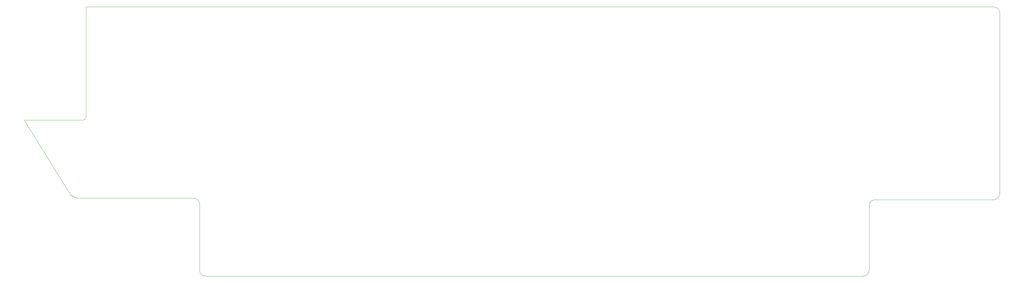
<source format=gko>
G04 #@! TF.GenerationSoftware,KiCad,Pcbnew,(6.0.0-rc1-dev-1215-g431bdc7a3)*
G04 #@! TF.CreationDate,2018-12-02T19:35:25+01:00*
G04 #@! TF.ProjectId,wave,77617665-2e6b-4696-9361-645f70636258,rev?*
G04 #@! TF.SameCoordinates,Original*
G04 #@! TF.FileFunction,Profile,NP*
%FSLAX46Y46*%
G04 Gerber Fmt 4.6, Leading zero omitted, Abs format (unit mm)*
G04 Created by KiCad (PCBNEW (6.0.0-rc1-dev-1215-g431bdc7a3)) date 2018 December 02, Sunday 19:35:25*
%MOMM*%
%LPD*%
G01*
G04 APERTURE LIST*
%ADD10C,0.050000*%
G04 APERTURE END LIST*
D10*
X295593810Y80040370D02*
X14130060Y80040370D01*
X297498810Y21937870D02*
X297498810Y78135370D01*
X295593810Y80040370D02*
G75*
G02X297498810Y78135370I0J-1905000D01*
G01*
X-4942440Y44536620D02*
X9367560Y21461620D01*
X-4919940Y44797870D02*
X-4942440Y44536620D01*
X13177560Y44797870D02*
X-4919940Y44797870D01*
X14130060Y45750370D02*
G75*
G02X13177560Y44797870I-952500J0D01*
G01*
X14130060Y80040370D02*
X14130060Y45750370D01*
X295593810Y20032870D02*
X258922560Y20032870D01*
X11272560Y20509120D02*
X9367560Y21461620D01*
X47467560Y20509120D02*
X11272560Y20509120D01*
X49372560Y-1874630D02*
X49372560Y18604120D01*
X255112560Y-3779630D02*
X51277560Y-3779630D01*
X257017560Y18127870D02*
X257017560Y-1874630D01*
X297498810Y21937870D02*
G75*
G02X295593810Y20032870I-1905000J0D01*
G01*
X257017560Y18127870D02*
G75*
G02X258922560Y20032870I1905000J0D01*
G01*
X257017560Y-1874630D02*
G75*
G02X255112560Y-3779630I-1905000J0D01*
G01*
X51277560Y-3779630D02*
G75*
G02X49372560Y-1874630I0J1905000D01*
G01*
X47467560Y20509120D02*
G75*
G02X49372560Y18604120I0J-1905000D01*
G01*
M02*

</source>
